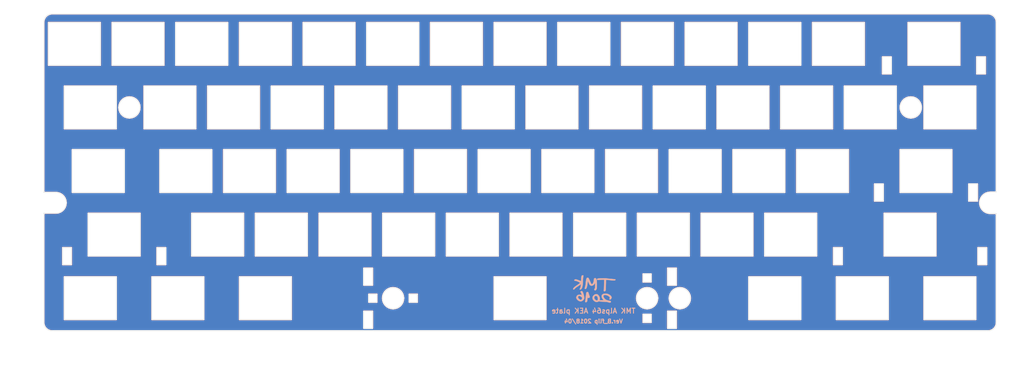
<source format=kicad_pcb>
(kicad_pcb (version 20171130) (host pcbnew 5.0.0-rc2-dev-unknown-0171547~63~ubuntu16.04.1)
  (title_block (title "TMK64 alps keyboard PCB") (date 2018/04) (rev D) (company "TMK, Tokyo JAPAN") (comment 1 "This supports Apple Extended Keyboard, Omnikey, Dell, KBP V60MTS and Infinity layout."))
  (layers (0 F.Cu signal) (31 B.Cu signal) (34 B.Paste user) (35 F.Paste user) (36 B.SilkS user) (37 F.SilkS user) (38 B.Mask user) (39 F.Mask user) (44 Edge.Cuts user))
  (net 0 "")
  (net 1 GND)
  (module keyboard_parts:ALPS_SKCM_CUTOUT_STAB883_flip (layer F.Cu) (at 147.6375 90.4875)
    (fp_text reference K60 hide)
    (fp_text value KEYSW hide)
    (fp_line (start -46.75 -3.9) (end -44.15 -3.9) (layer Edge.Cuts) (width 0.1))
    (fp_line (start -46.75 -9) (end -46.75 -3.9) (layer Edge.Cuts) (width 0.1))
    (fp_line (start -44.15 -9) (end -46.75 -9) (layer Edge.Cuts) (width 0.1))
    (fp_line (start -44.15 -3.9) (end -44.15 -9) (layer Edge.Cuts) (width 0.1))
    (fp_line (start 46.75 -3.9) (end 44.15 -3.9) (layer Edge.Cuts) (width 0.1))
    (fp_line (start 46.75 -9) (end 46.75 -3.9) (layer Edge.Cuts) (width 0.1))
    (fp_line (start 44.15 -9) (end 46.75 -9) (layer Edge.Cuts) (width 0.1))
    (fp_line (start 44.15 -3.9) (end 44.15 -9) (layer Edge.Cuts) (width 0.1))
    (fp_circle (center 38 0) (end 38 3.15) (layer Edge.Cuts) (width 0.1))
    (fp_line (start 39.2 4.85) (end 39.2 7.25) (layer Edge.Cuts) (width 0.1))
    (fp_line (start 36.8 4.85) (end 39.2 4.85) (layer Edge.Cuts) (width 0.1))
    (fp_line (start 36.8 7.25) (end 36.8 4.85) (layer Edge.Cuts) (width 0.1))
    (fp_line (start 39.2 7.25) (end 36.8 7.25) (layer Edge.Cuts) (width 0.1))
    (fp_line (start 39.2 -7.25) (end 39.2 -4.85) (layer Edge.Cuts) (width 0.1))
    (fp_line (start 36.8 -7.25) (end 39.2 -7.25) (layer Edge.Cuts) (width 0.1))
    (fp_line (start 36.8 -4.85) (end 36.8 -7.25) (layer Edge.Cuts) (width 0.1))
    (fp_line (start 39.2 -4.85) (end 36.8 -4.85) (layer Edge.Cuts) (width 0.1))
  )
  (module keyboard_parts:PIN_1 (layer F.Cu) (at 206.46 89.92)
    (fp_text reference P1 hide)
    (fp_text value CONN_01X01 hide)
    (pad 1 smd circle (at 0 0) (size 1.7 1.7) (layers B.Cu) (net 1 GND))
  )
  (module keyboard_parts:Poker_oval_hole (layer F.Cu) (at 128.7145 33.3375)
    (fp_text reference Poker_oval_hole hide)
    (fp_text value VAL** hide)
  )
  (module keyboard_parts:Poker_side_edge_long (layer F.Cu) (at 4.7625 61.9125)
    (fp_text reference Poker_side_edge_long hide)
    (fp_text value VAL** hide)
  )
  (module keyboard_parts:Poker_side_edge_long (layer F.Cu) (at 290.1375 61.8875)
    (fp_text reference Poker_side_edge_long hide)
    (fp_text value VAL** hide)
  )
  (module keyboard_parts:Poker_oval_hole (layer F.Cu) (at 133.35 52.3875)
    (fp_text reference Poker_oval_hole hide)
    (fp_text value VAL** hide)
  )
  (module keyboard_parts:Poker_oval_hole (layer F.Cu) (at 265.1235 33.3375)
    (fp_text reference Poker_oval_hole hide)
    (fp_text value VAL** hide)
  )
  (module keyboard_parts:Poker_oval_hole (layer F.Cu) (at 265.1235 90.4875)
    (fp_text reference Poker_oval_hole hide)
    (fp_text value VAL** hide)
  )
  (module keyboard_parts:Poker_oval_hole (layer F.Cu) (at 30.1375 90.4875)
    (fp_text reference Poker_oval_hole hide)
    (fp_text value VAL** hide)
  )
  (module keyboard_parts:Poker_oval_hole (layer F.Cu) (at 166.6875 33.3375)
    (fp_text reference Poker_oval_hole hide)
    (fp_text value VAL** hide)
  )
  (module keyboard_parts:Poker_oval_hole (layer F.Cu) (at 152.4 52.3875)
    (fp_text reference Poker_oval_hole hide)
    (fp_text value VAL** hide)
  )
  (module keyboard_parts:tmk2016 (layer B.Cu) (at 169.6 88 180)
    (fp_text reference G*** hide)
    (fp_text value LOGO hide)
  )
  (module keyboard_parts:PIN_1 (layer F.Cu) (at 209.93 90.04)
    (fp_text reference P1 hide)
    (fp_text value CONN_01X01 hide)
    (pad 1 smd circle (at 0 0) (size 1.7 1.7) (layers F.Cu) (net 1 GND))
  )
  (module keyboard_parts:ALPS_SKCM_CUTOUT_STAB883 (layer F.Cu) (at 147.6375 90.4875)
    (fp_text reference K60 hide)
    (fp_text value KEYSW hide)
    (fp_line (start -42.85 -1.2) (end -42.85 1.2) (layer Edge.Cuts) (width 0.1))
    (fp_line (start -42.85 1.2) (end -45.25 1.2) (layer Edge.Cuts) (width 0.1))
    (fp_line (start -45.25 1.2) (end -45.25 -1.2) (layer Edge.Cuts) (width 0.1))
    (fp_line (start -45.25 -1.2) (end -42.85 -1.2) (layer Edge.Cuts) (width 0.1))
    (fp_line (start -30.75 -1.2) (end -30.75 1.2) (layer Edge.Cuts) (width 0.1))
    (fp_line (start -30.75 1.2) (end -33.15 1.2) (layer Edge.Cuts) (width 0.1))
    (fp_line (start -33.15 1.2) (end -33.15 -1.2) (layer Edge.Cuts) (width 0.1))
    (fp_line (start -33.15 -1.2) (end -30.75 -1.2) (layer Edge.Cuts) (width 0.1))
    (fp_circle (center -38 0) (end -38 -3.15) (layer Edge.Cuts) (width 0.1))
    (fp_line (start -44.15 3.9) (end -44.15 9) (layer Edge.Cuts) (width 0.1))
    (fp_line (start -44.15 9) (end -46.75 9) (layer Edge.Cuts) (width 0.1))
    (fp_line (start -46.75 9) (end -46.75 3.9) (layer Edge.Cuts) (width 0.1))
    (fp_line (start -46.75 3.9) (end -44.15 3.9) (layer Edge.Cuts) (width 0.1))
    (fp_line (start 44.15 3.9) (end 44.15 9) (layer Edge.Cuts) (width 0.1))
    (fp_line (start 44.15 9) (end 46.75 9) (layer Edge.Cuts) (width 0.1))
    (fp_line (start 46.75 9) (end 46.75 3.9) (layer Edge.Cuts) (width 0.1))
    (fp_line (start 46.75 3.9) (end 44.15 3.9) (layer Edge.Cuts) (width 0.1))
    (fp_line (start 7.75 -6.4) (end -7.75 -6.4) (layer Edge.Cuts) (width 0.1))
    (fp_line (start -7.75 -6.4) (end -7.75 6.4) (layer Edge.Cuts) (width 0.1))
    (fp_line (start -7.75 6.4) (end 7.75 6.4) (layer Edge.Cuts) (width 0.1))
    (fp_line (start 7.75 6.4) (end 7.75 -6.4) (layer Edge.Cuts) (width 0.1))
  )
  (module keyboard_parts:ALPS_SKCM_CUTOUT_STAB256 (layer F.Cu) (at 269.08125 52.3875)
    (fp_text reference K23 hide)
    (fp_text value KEYSW hide)
    (fp_line (start -12.8 3.9) (end -12.8 9) (layer Edge.Cuts) (width 0.1))
    (fp_line (start -12.8 9) (end -15.4 9) (layer Edge.Cuts) (width 0.1))
    (fp_line (start -15.4 9) (end -15.4 3.9) (layer Edge.Cuts) (width 0.1))
    (fp_line (start -15.4 3.9) (end -12.8 3.9) (layer Edge.Cuts) (width 0.1))
    (fp_line (start 12.8 3.9) (end 12.8 9) (layer Edge.Cuts) (width 0.1))
    (fp_line (start 12.8 9) (end 15.4 9) (layer Edge.Cuts) (width 0.1))
    (fp_line (start 15.4 9) (end 15.4 3.9) (layer Edge.Cuts) (width 0.1))
    (fp_line (start 15.4 3.9) (end 12.8 3.9) (layer Edge.Cuts) (width 0.1))
    (fp_line (start 7.75 -6.4) (end -7.75 -6.4) (layer Edge.Cuts) (width 0.1))
    (fp_line (start -7.75 -6.4) (end -7.75 6.4) (layer Edge.Cuts) (width 0.1))
    (fp_line (start -7.75 6.4) (end 7.75 6.4) (layer Edge.Cuts) (width 0.1))
    (fp_line (start 7.75 6.4) (end 7.75 -6.4) (layer Edge.Cuts) (width 0.1))
  )
  (module keyboard_parts:ALPS_SKCM_CUTOUT_STAB256 (layer F.Cu) (at 271.4625 14.2875)
    (fp_text reference K27_1 hide)
    (fp_text value KEYSW hide)
    (fp_line (start -12.8 3.9) (end -12.8 9) (layer Edge.Cuts) (width 0.1))
    (fp_line (start -12.8 9) (end -15.4 9) (layer Edge.Cuts) (width 0.1))
    (fp_line (start -15.4 9) (end -15.4 3.9) (layer Edge.Cuts) (width 0.1))
    (fp_line (start -15.4 3.9) (end -12.8 3.9) (layer Edge.Cuts) (width 0.1))
    (fp_line (start 12.8 3.9) (end 12.8 9) (layer Edge.Cuts) (width 0.1))
    (fp_line (start 12.8 9) (end 15.4 9) (layer Edge.Cuts) (width 0.1))
    (fp_line (start 15.4 9) (end 15.4 3.9) (layer Edge.Cuts) (width 0.1))
    (fp_line (start 15.4 3.9) (end 12.8 3.9) (layer Edge.Cuts) (width 0.1))
    (fp_line (start 7.75 -6.4) (end -7.75 -6.4) (layer Edge.Cuts) (width 0.1))
    (fp_line (start -7.75 -6.4) (end -7.75 6.4) (layer Edge.Cuts) (width 0.1))
    (fp_line (start -7.75 6.4) (end 7.75 6.4) (layer Edge.Cuts) (width 0.1))
    (fp_line (start 7.75 6.4) (end 7.75 -6.4) (layer Edge.Cuts) (width 0.1))
  )
  (module keyboard_parts:ALPS_SKCM_CUTOUT_STAB256 (layer F.Cu) (at 26.19375 71.4375)
    (fp_text reference K31 hide)
    (fp_text value KEYSW hide)
    (fp_line (start -12.8 3.9) (end -12.8 9) (layer Edge.Cuts) (width 0.1))
    (fp_line (start -12.8 9) (end -15.4 9) (layer Edge.Cuts) (width 0.1))
    (fp_line (start -15.4 9) (end -15.4 3.9) (layer Edge.Cuts) (width 0.1))
    (fp_line (start -15.4 3.9) (end -12.8 3.9) (layer Edge.Cuts) (width 0.1))
    (fp_line (start 12.8 3.9) (end 12.8 9) (layer Edge.Cuts) (width 0.1))
    (fp_line (start 12.8 9) (end 15.4 9) (layer Edge.Cuts) (width 0.1))
    (fp_line (start 15.4 9) (end 15.4 3.9) (layer Edge.Cuts) (width 0.1))
    (fp_line (start 15.4 3.9) (end 12.8 3.9) (layer Edge.Cuts) (width 0.1))
    (fp_line (start 7.75 -6.4) (end -7.75 -6.4) (layer Edge.Cuts) (width 0.1))
    (fp_line (start -7.75 -6.4) (end -7.75 6.4) (layer Edge.Cuts) (width 0.1))
    (fp_line (start -7.75 6.4) (end 7.75 6.4) (layer Edge.Cuts) (width 0.1))
    (fp_line (start 7.75 6.4) (end 7.75 -6.4) (layer Edge.Cuts) (width 0.1))
  )
  (module keyboard_parts:ALPS_SKCM_CUTOUT (layer F.Cu) (at 185.7375 14.2875)
    (fp_text reference K77 hide)
    (fp_text value KEYSW hide)
    (fp_line (start 7.75 -6.4) (end -7.75 -6.4) (layer Edge.Cuts) (width 0.1))
    (fp_line (start -7.75 -6.4) (end -7.75 6.4) (layer Edge.Cuts) (width 0.1))
    (fp_line (start -7.75 6.4) (end 7.75 6.4) (layer Edge.Cuts) (width 0.1))
    (fp_line (start 7.75 6.4) (end 7.75 -6.4) (layer Edge.Cuts) (width 0.1))
  )
  (module keyboard_parts:ALPS_SKCM_CUTOUT (layer F.Cu) (at 166.6875 14.2875)
    (fp_text reference K76 hide)
    (fp_text value KEYSW hide)
    (fp_line (start 7.75 -6.4) (end -7.75 -6.4) (layer Edge.Cuts) (width 0.1))
    (fp_line (start -7.75 -6.4) (end -7.75 6.4) (layer Edge.Cuts) (width 0.1))
    (fp_line (start -7.75 6.4) (end 7.75 6.4) (layer Edge.Cuts) (width 0.1))
    (fp_line (start 7.75 6.4) (end 7.75 -6.4) (layer Edge.Cuts) (width 0.1))
  )
  (module keyboard_parts:ALPS_SKCM_CUTOUT (layer F.Cu) (at 176.2125 33.3375)
    (fp_text reference K75 hide)
    (fp_text value KEYSW hide)
    (fp_line (start 7.75 -6.4) (end -7.75 -6.4) (layer Edge.Cuts) (width 0.1))
    (fp_line (start -7.75 -6.4) (end -7.75 6.4) (layer Edge.Cuts) (width 0.1))
    (fp_line (start -7.75 6.4) (end 7.75 6.4) (layer Edge.Cuts) (width 0.1))
    (fp_line (start 7.75 6.4) (end 7.75 -6.4) (layer Edge.Cuts) (width 0.1))
  )
  (module keyboard_parts:ALPS_SKCM_CUTOUT (layer F.Cu) (at 161.925 52.3875)
    (fp_text reference K74 hide)
    (fp_text value KEYSW hide)
    (fp_line (start 7.75 -6.4) (end -7.75 -6.4) (layer Edge.Cuts) (width 0.1))
    (fp_line (start -7.75 -6.4) (end -7.75 6.4) (layer Edge.Cuts) (width 0.1))
    (fp_line (start -7.75 6.4) (end 7.75 6.4) (layer Edge.Cuts) (width 0.1))
    (fp_line (start 7.75 6.4) (end 7.75 -6.4) (layer Edge.Cuts) (width 0.1))
  )
  (module keyboard_parts:ALPS_SKCM_CUTOUT (layer F.Cu) (at 142.875 52.3875)
    (fp_text reference K73 hide)
    (fp_text value KEYSW hide)
    (fp_line (start 7.75 -6.4) (end -7.75 -6.4) (layer Edge.Cuts) (width 0.1))
    (fp_line (start -7.75 -6.4) (end -7.75 6.4) (layer Edge.Cuts) (width 0.1))
    (fp_line (start -7.75 6.4) (end 7.75 6.4) (layer Edge.Cuts) (width 0.1))
    (fp_line (start 7.75 6.4) (end 7.75 -6.4) (layer Edge.Cuts) (width 0.1))
  )
  (module keyboard_parts:ALPS_SKCM_CUTOUT (layer F.Cu) (at 152.4 71.4375)
    (fp_text reference K72 hide)
    (fp_text value KEYSW hide)
    (fp_line (start 7.75 -6.4) (end -7.75 -6.4) (layer Edge.Cuts) (width 0.1))
    (fp_line (start -7.75 -6.4) (end -7.75 6.4) (layer Edge.Cuts) (width 0.1))
    (fp_line (start -7.75 6.4) (end 7.75 6.4) (layer Edge.Cuts) (width 0.1))
    (fp_line (start 7.75 6.4) (end 7.75 -6.4) (layer Edge.Cuts) (width 0.1))
  )
  (module keyboard_parts:ALPS_SKCM_CUTOUT (layer F.Cu) (at 133.35 71.4375)
    (fp_text reference K71 hide)
    (fp_text value KEYSW hide)
    (fp_line (start 7.75 -6.4) (end -7.75 -6.4) (layer Edge.Cuts) (width 0.1))
    (fp_line (start -7.75 -6.4) (end -7.75 6.4) (layer Edge.Cuts) (width 0.1))
    (fp_line (start -7.75 6.4) (end 7.75 6.4) (layer Edge.Cuts) (width 0.1))
    (fp_line (start 7.75 6.4) (end 7.75 -6.4) (layer Edge.Cuts) (width 0.1))
  )
  (module keyboard_parts:ALPS_SKCM_CUTOUT (layer F.Cu) (at 147.6375 14.2875)
    (fp_text reference K67 hide)
    (fp_text value KEYSW hide)
    (fp_line (start 7.75 -6.4) (end -7.75 -6.4) (layer Edge.Cuts) (width 0.1))
    (fp_line (start -7.75 -6.4) (end -7.75 6.4) (layer Edge.Cuts) (width 0.1))
    (fp_line (start -7.75 6.4) (end 7.75 6.4) (layer Edge.Cuts) (width 0.1))
    (fp_line (start 7.75 6.4) (end 7.75 -6.4) (layer Edge.Cuts) (width 0.1))
  )
  (module keyboard_parts:ALPS_SKCM_CUTOUT (layer F.Cu) (at 128.5875 14.2875)
    (fp_text reference K66 hide)
    (fp_text value KEYSW hide)
    (fp_line (start 7.75 -6.4) (end -7.75 -6.4) (layer Edge.Cuts) (width 0.1))
    (fp_line (start -7.75 -6.4) (end -7.75 6.4) (layer Edge.Cuts) (width 0.1))
    (fp_line (start -7.75 6.4) (end 7.75 6.4) (layer Edge.Cuts) (width 0.1))
    (fp_line (start 7.75 6.4) (end 7.75 -6.4) (layer Edge.Cuts) (width 0.1))
  )
  (module keyboard_parts:ALPS_SKCM_CUTOUT (layer F.Cu) (at 157.1625 33.3375)
    (fp_text reference K65 hide)
    (fp_text value KEYSW hide)
    (fp_line (start 7.75 -6.4) (end -7.75 -6.4) (layer Edge.Cuts) (width 0.1))
    (fp_line (start -7.75 -6.4) (end -7.75 6.4) (layer Edge.Cuts) (width 0.1))
    (fp_line (start -7.75 6.4) (end 7.75 6.4) (layer Edge.Cuts) (width 0.1))
    (fp_line (start 7.75 6.4) (end 7.75 -6.4) (layer Edge.Cuts) (width 0.1))
  )
  (module keyboard_parts:ALPS_SKCM_CUTOUT (layer F.Cu) (at 138.1125 33.3375)
    (fp_text reference K64 hide)
    (fp_text value KEYSW hide)
    (fp_line (start 7.75 -6.4) (end -7.75 -6.4) (layer Edge.Cuts) (width 0.1))
    (fp_line (start -7.75 -6.4) (end -7.75 6.4) (layer Edge.Cuts) (width 0.1))
    (fp_line (start -7.75 6.4) (end 7.75 6.4) (layer Edge.Cuts) (width 0.1))
    (fp_line (start 7.75 6.4) (end 7.75 -6.4) (layer Edge.Cuts) (width 0.1))
  )
  (module keyboard_parts:ALPS_SKCM_CUTOUT (layer F.Cu) (at 123.825 52.3875)
    (fp_text reference K63 hide)
    (fp_text value KEYSW hide)
    (fp_line (start 7.75 -6.4) (end -7.75 -6.4) (layer Edge.Cuts) (width 0.1))
    (fp_line (start -7.75 -6.4) (end -7.75 6.4) (layer Edge.Cuts) (width 0.1))
    (fp_line (start -7.75 6.4) (end 7.75 6.4) (layer Edge.Cuts) (width 0.1))
    (fp_line (start 7.75 6.4) (end 7.75 -6.4) (layer Edge.Cuts) (width 0.1))
  )
  (module keyboard_parts:ALPS_SKCM_CUTOUT (layer F.Cu) (at 114.3 71.4375)
    (fp_text reference K62 hide)
    (fp_text value KEYSW hide)
    (fp_line (start 7.75 -6.4) (end -7.75 -6.4) (layer Edge.Cuts) (width 0.1))
    (fp_line (start -7.75 -6.4) (end -7.75 6.4) (layer Edge.Cuts) (width 0.1))
    (fp_line (start -7.75 6.4) (end 7.75 6.4) (layer Edge.Cuts) (width 0.1))
    (fp_line (start 7.75 6.4) (end 7.75 -6.4) (layer Edge.Cuts) (width 0.1))
  )
  (module keyboard_parts:ALPS_SKCM_CUTOUT (layer F.Cu) (at 95.25 71.4375)
    (fp_text reference K61 hide)
    (fp_text value KEYSW hide)
    (fp_line (start 7.75 -6.4) (end -7.75 -6.4) (layer Edge.Cuts) (width 0.1))
    (fp_line (start -7.75 -6.4) (end -7.75 6.4) (layer Edge.Cuts) (width 0.1))
    (fp_line (start -7.75 6.4) (end 7.75 6.4) (layer Edge.Cuts) (width 0.1))
    (fp_line (start 7.75 6.4) (end 7.75 -6.4) (layer Edge.Cuts) (width 0.1))
  )
  (module keyboard_parts:ALPS_SKCM_CUTOUT (layer F.Cu) (at 109.5375 14.2875)
    (fp_text reference K57 hide)
    (fp_text value KEYSW hide)
    (fp_line (start 7.75 -6.4) (end -7.75 -6.4) (layer Edge.Cuts) (width 0.1))
    (fp_line (start -7.75 -6.4) (end -7.75 6.4) (layer Edge.Cuts) (width 0.1))
    (fp_line (start -7.75 6.4) (end 7.75 6.4) (layer Edge.Cuts) (width 0.1))
    (fp_line (start 7.75 6.4) (end 7.75 -6.4) (layer Edge.Cuts) (width 0.1))
  )
  (module keyboard_parts:ALPS_SKCM_CUTOUT (layer F.Cu) (at 90.4875 14.2875)
    (fp_text reference K56 hide)
    (fp_text value KEYSW hide)
    (fp_line (start 7.75 -6.4) (end -7.75 -6.4) (layer Edge.Cuts) (width 0.1))
    (fp_line (start -7.75 -6.4) (end -7.75 6.4) (layer Edge.Cuts) (width 0.1))
    (fp_line (start -7.75 6.4) (end 7.75 6.4) (layer Edge.Cuts) (width 0.1))
    (fp_line (start 7.75 6.4) (end 7.75 -6.4) (layer Edge.Cuts) (width 0.1))
  )
  (module keyboard_parts:ALPS_SKCM_CUTOUT (layer F.Cu) (at 119.0625 33.3375)
    (fp_text reference K55 hide)
    (fp_text value KEYSW hide)
    (fp_line (start 7.75 -6.4) (end -7.75 -6.4) (layer Edge.Cuts) (width 0.1))
    (fp_line (start -7.75 -6.4) (end -7.75 6.4) (layer Edge.Cuts) (width 0.1))
    (fp_line (start -7.75 6.4) (end 7.75 6.4) (layer Edge.Cuts) (width 0.1))
    (fp_line (start 7.75 6.4) (end 7.75 -6.4) (layer Edge.Cuts) (width 0.1))
  )
  (module keyboard_parts:ALPS_SKCM_CUTOUT (layer F.Cu) (at 100.0125 33.3375)
    (fp_text reference K54 hide)
    (fp_text value KEYSW hide)
    (fp_line (start 7.75 -6.4) (end -7.75 -6.4) (layer Edge.Cuts) (width 0.1))
    (fp_line (start -7.75 -6.4) (end -7.75 6.4) (layer Edge.Cuts) (width 0.1))
    (fp_line (start -7.75 6.4) (end 7.75 6.4) (layer Edge.Cuts) (width 0.1))
    (fp_line (start 7.75 6.4) (end 7.75 -6.4) (layer Edge.Cuts) (width 0.1))
  )
  (module keyboard_parts:ALPS_SKCM_CUTOUT (layer F.Cu) (at 104.775 52.3875)
    (fp_text reference K53 hide)
    (fp_text value KEYSW hide)
    (fp_line (start 7.75 -6.4) (end -7.75 -6.4) (layer Edge.Cuts) (width 0.1))
    (fp_line (start -7.75 -6.4) (end -7.75 6.4) (layer Edge.Cuts) (width 0.1))
    (fp_line (start -7.75 6.4) (end 7.75 6.4) (layer Edge.Cuts) (width 0.1))
    (fp_line (start 7.75 6.4) (end 7.75 -6.4) (layer Edge.Cuts) (width 0.1))
  )
  (module keyboard_parts:ALPS_SKCM_CUTOUT (layer F.Cu) (at 85.725 52.3875)
    (fp_text reference K52 hide)
    (fp_text value KEYSW hide)
    (fp_line (start 7.75 -6.4) (end -7.75 -6.4) (layer Edge.Cuts) (width 0.1))
    (fp_line (start -7.75 -6.4) (end -7.75 6.4) (layer Edge.Cuts) (width 0.1))
    (fp_line (start -7.75 6.4) (end 7.75 6.4) (layer Edge.Cuts) (width 0.1))
    (fp_line (start 7.75 6.4) (end 7.75 -6.4) (layer Edge.Cuts) (width 0.1))
  )
  (module keyboard_parts:ALPS_SKCM_CUTOUT (layer F.Cu) (at 76.2 71.4375)
    (fp_text reference K51 hide)
    (fp_text value KEYSW hide)
    (fp_line (start 7.75 -6.4) (end -7.75 -6.4) (layer Edge.Cuts) (width 0.1))
    (fp_line (start -7.75 -6.4) (end -7.75 6.4) (layer Edge.Cuts) (width 0.1))
    (fp_line (start -7.75 6.4) (end 7.75 6.4) (layer Edge.Cuts) (width 0.1))
    (fp_line (start 7.75 6.4) (end 7.75 -6.4) (layer Edge.Cuts) (width 0.1))
  )
  (module keyboard_parts:ALPS_SKCM_CUTOUT (layer F.Cu) (at 71.4375 90.4875)
    (fp_text reference K50 hide)
    (fp_text value KEYSW hide)
    (fp_line (start 7.75 -6.4) (end -7.75 -6.4) (layer Edge.Cuts) (width 0.1))
    (fp_line (start -7.75 -6.4) (end -7.75 6.4) (layer Edge.Cuts) (width 0.1))
    (fp_line (start -7.75 6.4) (end 7.75 6.4) (layer Edge.Cuts) (width 0.1))
    (fp_line (start 7.75 6.4) (end 7.75 -6.4) (layer Edge.Cuts) (width 0.1))
  )
  (module keyboard_parts:ALPS_SKCM_CUTOUT (layer F.Cu) (at 71.4375 14.2875)
    (fp_text reference K47 hide)
    (fp_text value KEYSW hide)
    (fp_line (start 7.75 -6.4) (end -7.75 -6.4) (layer Edge.Cuts) (width 0.1))
    (fp_line (start -7.75 -6.4) (end -7.75 6.4) (layer Edge.Cuts) (width 0.1))
    (fp_line (start -7.75 6.4) (end 7.75 6.4) (layer Edge.Cuts) (width 0.1))
    (fp_line (start 7.75 6.4) (end 7.75 -6.4) (layer Edge.Cuts) (width 0.1))
  )
  (module keyboard_parts:ALPS_SKCM_CUTOUT (layer F.Cu) (at 52.3875 14.2875)
    (fp_text reference K46 hide)
    (fp_text value KEYSW hide)
    (fp_line (start 7.75 -6.4) (end -7.75 -6.4) (layer Edge.Cuts) (width 0.1))
    (fp_line (start -7.75 -6.4) (end -7.75 6.4) (layer Edge.Cuts) (width 0.1))
    (fp_line (start -7.75 6.4) (end 7.75 6.4) (layer Edge.Cuts) (width 0.1))
    (fp_line (start 7.75 6.4) (end 7.75 -6.4) (layer Edge.Cuts) (width 0.1))
  )
  (module keyboard_parts:ALPS_SKCM_CUTOUT (layer F.Cu) (at 80.9625 33.3375)
    (fp_text reference K45 hide)
    (fp_text value KEYSW hide)
    (fp_line (start 7.75 -6.4) (end -7.75 -6.4) (layer Edge.Cuts) (width 0.1))
    (fp_line (start -7.75 -6.4) (end -7.75 6.4) (layer Edge.Cuts) (width 0.1))
    (fp_line (start -7.75 6.4) (end 7.75 6.4) (layer Edge.Cuts) (width 0.1))
    (fp_line (start 7.75 6.4) (end 7.75 -6.4) (layer Edge.Cuts) (width 0.1))
  )
  (module keyboard_parts:ALPS_SKCM_CUTOUT (layer F.Cu) (at 61.9125 33.3375)
    (fp_text reference K44 hide)
    (fp_text value KEYSW hide)
    (fp_line (start 7.75 -6.4) (end -7.75 -6.4) (layer Edge.Cuts) (width 0.1))
    (fp_line (start -7.75 -6.4) (end -7.75 6.4) (layer Edge.Cuts) (width 0.1))
    (fp_line (start -7.75 6.4) (end 7.75 6.4) (layer Edge.Cuts) (width 0.1))
    (fp_line (start 7.75 6.4) (end 7.75 -6.4) (layer Edge.Cuts) (width 0.1))
  )
  (module keyboard_parts:ALPS_SKCM_CUTOUT (layer F.Cu) (at 66.675 52.3875)
    (fp_text reference K43 hide)
    (fp_text value KEYSW hide)
    (fp_line (start 7.75 -6.4) (end -7.75 -6.4) (layer Edge.Cuts) (width 0.1))
    (fp_line (start -7.75 -6.4) (end -7.75 6.4) (layer Edge.Cuts) (width 0.1))
    (fp_line (start -7.75 6.4) (end 7.75 6.4) (layer Edge.Cuts) (width 0.1))
    (fp_line (start 7.75 6.4) (end 7.75 -6.4) (layer Edge.Cuts) (width 0.1))
  )
  (module keyboard_parts:ALPS_SKCM_CUTOUT (layer F.Cu) (at 57.15 71.4375)
    (fp_text reference K42 hide)
    (fp_text value KEYSW hide)
    (fp_line (start 7.75 -6.4) (end -7.75 -6.4) (layer Edge.Cuts) (width 0.1))
    (fp_line (start -7.75 -6.4) (end -7.75 6.4) (layer Edge.Cuts) (width 0.1))
    (fp_line (start -7.75 6.4) (end 7.75 6.4) (layer Edge.Cuts) (width 0.1))
    (fp_line (start 7.75 6.4) (end 7.75 -6.4) (layer Edge.Cuts) (width 0.1))
  )
  (module keyboard_parts:ALPS_SKCM_CUTOUT (layer F.Cu) (at 45.2437 90.4875)
    (fp_text reference K40 hide)
    (fp_text value KEYSW hide)
    (fp_line (start 7.75 -6.4) (end -7.75 -6.4) (layer Edge.Cuts) (width 0.1))
    (fp_line (start -7.75 -6.4) (end -7.75 6.4) (layer Edge.Cuts) (width 0.1))
    (fp_line (start -7.75 6.4) (end 7.75 6.4) (layer Edge.Cuts) (width 0.1))
    (fp_line (start 7.75 6.4) (end 7.75 -6.4) (layer Edge.Cuts) (width 0.1))
  )
  (module keyboard_parts:ALPS_SKCM_CUTOUT (layer F.Cu) (at 33.3375 14.2875)
    (fp_text reference K37 hide)
    (fp_text value KEYSW hide)
    (fp_line (start 7.75 -6.4) (end -7.75 -6.4) (layer Edge.Cuts) (width 0.1))
    (fp_line (start -7.75 -6.4) (end -7.75 6.4) (layer Edge.Cuts) (width 0.1))
    (fp_line (start -7.75 6.4) (end 7.75 6.4) (layer Edge.Cuts) (width 0.1))
    (fp_line (start 7.75 6.4) (end 7.75 -6.4) (layer Edge.Cuts) (width 0.1))
  )
  (module keyboard_parts:ALPS_SKCM_CUTOUT (layer F.Cu) (at 14.2875 14.2875)
    (fp_text reference K36 hide)
    (fp_text value KEYSW hide)
    (fp_line (start 7.75 -6.4) (end -7.75 -6.4) (layer Edge.Cuts) (width 0.1))
    (fp_line (start -7.75 -6.4) (end -7.75 6.4) (layer Edge.Cuts) (width 0.1))
    (fp_line (start -7.75 6.4) (end 7.75 6.4) (layer Edge.Cuts) (width 0.1))
    (fp_line (start 7.75 6.4) (end 7.75 -6.4) (layer Edge.Cuts) (width 0.1))
  )
  (module keyboard_parts:ALPS_SKCM_CUTOUT (layer F.Cu) (at 42.8625 33.3375)
    (fp_text reference K35 hide)
    (fp_text value KEYSW hide)
    (fp_line (start 7.75 -6.4) (end -7.75 -6.4) (layer Edge.Cuts) (width 0.1))
    (fp_line (start -7.75 -6.4) (end -7.75 6.4) (layer Edge.Cuts) (width 0.1))
    (fp_line (start -7.75 6.4) (end 7.75 6.4) (layer Edge.Cuts) (width 0.1))
    (fp_line (start 7.75 6.4) (end 7.75 -6.4) (layer Edge.Cuts) (width 0.1))
  )
  (module keyboard_parts:ALPS_SKCM_CUTOUT (layer F.Cu) (at 19.05 33.3375)
    (fp_text reference K34 hide)
    (fp_text value KEYSW hide)
    (fp_line (start 7.75 -6.4) (end -7.75 -6.4) (layer Edge.Cuts) (width 0.1))
    (fp_line (start -7.75 -6.4) (end -7.75 6.4) (layer Edge.Cuts) (width 0.1))
    (fp_line (start -7.75 6.4) (end 7.75 6.4) (layer Edge.Cuts) (width 0.1))
    (fp_line (start 7.75 6.4) (end 7.75 -6.4) (layer Edge.Cuts) (width 0.1))
  )
  (module keyboard_parts:ALPS_SKCM_CUTOUT (layer F.Cu) (at 47.625 52.3875)
    (fp_text reference K33 hide)
    (fp_text value KEYSW hide)
    (fp_line (start 7.75 -6.4) (end -7.75 -6.4) (layer Edge.Cuts) (width 0.1))
    (fp_line (start -7.75 -6.4) (end -7.75 6.4) (layer Edge.Cuts) (width 0.1))
    (fp_line (start -7.75 6.4) (end 7.75 6.4) (layer Edge.Cuts) (width 0.1))
    (fp_line (start 7.75 6.4) (end 7.75 -6.4) (layer Edge.Cuts) (width 0.1))
  )
  (module keyboard_parts:ALPS_SKCM_CUTOUT (layer F.Cu) (at 21.43125 52.3875)
    (fp_text reference K32 hide)
    (fp_text value KEYSW hide)
    (fp_line (start 7.75 -6.4) (end -7.75 -6.4) (layer Edge.Cuts) (width 0.1))
    (fp_line (start -7.75 -6.4) (end -7.75 6.4) (layer Edge.Cuts) (width 0.1))
    (fp_line (start -7.75 6.4) (end 7.75 6.4) (layer Edge.Cuts) (width 0.1))
    (fp_line (start 7.75 6.4) (end 7.75 -6.4) (layer Edge.Cuts) (width 0.1))
  )
  (module keyboard_parts:ALPS_SKCM_CUTOUT (layer F.Cu) (at 19.05 90.4875)
    (fp_text reference K30 hide)
    (fp_text value KEYSW hide)
    (fp_line (start 7.75 -6.4) (end -7.75 -6.4) (layer Edge.Cuts) (width 0.1))
    (fp_line (start -7.75 -6.4) (end -7.75 6.4) (layer Edge.Cuts) (width 0.1))
    (fp_line (start -7.75 6.4) (end 7.75 6.4) (layer Edge.Cuts) (width 0.1))
    (fp_line (start 7.75 6.4) (end 7.75 -6.4) (layer Edge.Cuts) (width 0.1))
  )
  (module keyboard_parts:ALPS_SKCM_CUTOUT (layer F.Cu) (at 252.4125 33.3375)
    (fp_text reference K25 hide)
    (fp_text value KEYSW hide)
    (fp_line (start 7.75 -6.4) (end -7.75 -6.4) (layer Edge.Cuts) (width 0.1))
    (fp_line (start -7.75 -6.4) (end -7.75 6.4) (layer Edge.Cuts) (width 0.1))
    (fp_line (start -7.75 6.4) (end 7.75 6.4) (layer Edge.Cuts) (width 0.1))
    (fp_line (start 7.75 6.4) (end 7.75 -6.4) (layer Edge.Cuts) (width 0.1))
  )
  (module keyboard_parts:ALPS_SKCM_CUTOUT (layer F.Cu) (at 276.225 33.3375)
    (fp_text reference K24 hide)
    (fp_text value KEYSW hide)
    (fp_line (start 7.75 -6.4) (end -7.75 -6.4) (layer Edge.Cuts) (width 0.1))
    (fp_line (start -7.75 -6.4) (end -7.75 6.4) (layer Edge.Cuts) (width 0.1))
    (fp_line (start -7.75 6.4) (end 7.75 6.4) (layer Edge.Cuts) (width 0.1))
    (fp_line (start 7.75 6.4) (end 7.75 -6.4) (layer Edge.Cuts) (width 0.1))
  )
  (module keyboard_parts:ALPS_SKCM_CUTOUT (layer F.Cu) (at 276.225 90.4875)
    (fp_text reference K20 hide)
    (fp_text value KEYSW hide)
    (fp_line (start 7.75 -6.4) (end -7.75 -6.4) (layer Edge.Cuts) (width 0.1))
    (fp_line (start -7.75 -6.4) (end -7.75 6.4) (layer Edge.Cuts) (width 0.1))
    (fp_line (start -7.75 6.4) (end 7.75 6.4) (layer Edge.Cuts) (width 0.1))
    (fp_line (start 7.75 6.4) (end 7.75 -6.4) (layer Edge.Cuts) (width 0.1))
  )
  (module keyboard_parts:ALPS_SKCM_CUTOUT (layer F.Cu) (at 242.8875 14.2875)
    (fp_text reference K17 hide)
    (fp_text value KEYSW hide)
    (fp_line (start 7.75 -6.4) (end -7.75 -6.4) (layer Edge.Cuts) (width 0.1))
    (fp_line (start -7.75 -6.4) (end -7.75 6.4) (layer Edge.Cuts) (width 0.1))
    (fp_line (start -7.75 6.4) (end 7.75 6.4) (layer Edge.Cuts) (width 0.1))
    (fp_line (start 7.75 6.4) (end 7.75 -6.4) (layer Edge.Cuts) (width 0.1))
  )
  (module keyboard_parts:ALPS_SKCM_CUTOUT (layer F.Cu) (at 233.3625 33.3375)
    (fp_text reference K16 hide)
    (fp_text value KEYSW hide)
    (fp_line (start 7.75 -6.4) (end -7.75 -6.4) (layer Edge.Cuts) (width 0.1))
    (fp_line (start -7.75 -6.4) (end -7.75 6.4) (layer Edge.Cuts) (width 0.1))
    (fp_line (start -7.75 6.4) (end 7.75 6.4) (layer Edge.Cuts) (width 0.1))
    (fp_line (start 7.75 6.4) (end 7.75 -6.4) (layer Edge.Cuts) (width 0.1))
  )
  (module keyboard_parts:ALPS_SKCM_CUTOUT (layer F.Cu) (at 214.3125 33.3375)
    (fp_text reference K15 hide)
    (fp_text value KEYSW hide)
    (fp_line (start 7.75 -6.4) (end -7.75 -6.4) (layer Edge.Cuts) (width 0.1))
    (fp_line (start -7.75 -6.4) (end -7.75 6.4) (layer Edge.Cuts) (width 0.1))
    (fp_line (start -7.75 6.4) (end 7.75 6.4) (layer Edge.Cuts) (width 0.1))
    (fp_line (start 7.75 6.4) (end 7.75 -6.4) (layer Edge.Cuts) (width 0.1))
  )
  (module keyboard_parts:ALPS_SKCM_CUTOUT (layer F.Cu) (at 238.125 52.3875)
    (fp_text reference K14 hide)
    (fp_text value KEYSW hide)
    (fp_line (start 7.75 -6.4) (end -7.75 -6.4) (layer Edge.Cuts) (width 0.1))
    (fp_line (start -7.75 -6.4) (end -7.75 6.4) (layer Edge.Cuts) (width 0.1))
    (fp_line (start -7.75 6.4) (end 7.75 6.4) (layer Edge.Cuts) (width 0.1))
    (fp_line (start 7.75 6.4) (end 7.75 -6.4) (layer Edge.Cuts) (width 0.1))
  )
  (module keyboard_parts:ALPS_SKCM_CUTOUT (layer F.Cu) (at 219.075 52.3875)
    (fp_text reference K13 hide)
    (fp_text value KEYSW hide)
    (fp_line (start 7.75 -6.4) (end -7.75 -6.4) (layer Edge.Cuts) (width 0.1))
    (fp_line (start -7.75 -6.4) (end -7.75 6.4) (layer Edge.Cuts) (width 0.1))
    (fp_line (start -7.75 6.4) (end 7.75 6.4) (layer Edge.Cuts) (width 0.1))
    (fp_line (start 7.75 6.4) (end 7.75 -6.4) (layer Edge.Cuts) (width 0.1))
  )
  (module keyboard_parts:ALPS_SKCM_CUTOUT (layer F.Cu) (at 228.6 71.4375)
    (fp_text reference K12 hide)
    (fp_text value KEYSW hide)
    (fp_line (start 7.75 -6.4) (end -7.75 -6.4) (layer Edge.Cuts) (width 0.1))
    (fp_line (start -7.75 -6.4) (end -7.75 6.4) (layer Edge.Cuts) (width 0.1))
    (fp_line (start -7.75 6.4) (end 7.75 6.4) (layer Edge.Cuts) (width 0.1))
    (fp_line (start 7.75 6.4) (end 7.75 -6.4) (layer Edge.Cuts) (width 0.1))
  )
  (module keyboard_parts:ALPS_SKCM_CUTOUT (layer F.Cu) (at 209.55 71.4375)
    (fp_text reference K11 hide)
    (fp_text value KEYSW hide)
    (fp_line (start 7.75 -6.4) (end -7.75 -6.4) (layer Edge.Cuts) (width 0.1))
    (fp_line (start -7.75 -6.4) (end -7.75 6.4) (layer Edge.Cuts) (width 0.1))
    (fp_line (start -7.75 6.4) (end 7.75 6.4) (layer Edge.Cuts) (width 0.1))
    (fp_line (start 7.75 6.4) (end 7.75 -6.4) (layer Edge.Cuts) (width 0.1))
  )
  (module keyboard_parts:ALPS_SKCM_CUTOUT (layer F.Cu) (at 250.03125 90.4875)
    (fp_text reference K10_2 hide)
    (fp_text value KEYSW hide)
    (fp_line (start 7.75 -6.4) (end -7.75 -6.4) (layer Edge.Cuts) (width 0.1))
    (fp_line (start -7.75 -6.4) (end -7.75 6.4) (layer Edge.Cuts) (width 0.1))
    (fp_line (start -7.75 6.4) (end 7.75 6.4) (layer Edge.Cuts) (width 0.1))
    (fp_line (start 7.75 6.4) (end 7.75 -6.4) (layer Edge.Cuts) (width 0.1))
  )
  (module keyboard_parts:ALPS_SKCM_CUTOUT (layer F.Cu) (at 223.8375 14.2875)
    (fp_text reference K07 hide)
    (fp_text value KEYSW hide)
    (fp_line (start 7.75 -6.4) (end -7.75 -6.4) (layer Edge.Cuts) (width 0.1))
    (fp_line (start -7.75 -6.4) (end -7.75 6.4) (layer Edge.Cuts) (width 0.1))
    (fp_line (start -7.75 6.4) (end 7.75 6.4) (layer Edge.Cuts) (width 0.1))
    (fp_line (start 7.75 6.4) (end 7.75 -6.4) (layer Edge.Cuts) (width 0.1))
  )
  (module keyboard_parts:ALPS_SKCM_CUTOUT (layer F.Cu) (at 204.7875 14.2875)
    (fp_text reference K06 hide)
    (fp_text value KEYSW hide)
    (fp_line (start 7.75 -6.4) (end -7.75 -6.4) (layer Edge.Cuts) (width 0.1))
    (fp_line (start -7.75 -6.4) (end -7.75 6.4) (layer Edge.Cuts) (width 0.1))
    (fp_line (start -7.75 6.4) (end 7.75 6.4) (layer Edge.Cuts) (width 0.1))
    (fp_line (start 7.75 6.4) (end 7.75 -6.4) (layer Edge.Cuts) (width 0.1))
  )
  (module keyboard_parts:ALPS_SKCM_CUTOUT (layer F.Cu) (at 195.2625 33.3375)
    (fp_text reference K05 hide)
    (fp_text value KEYSW hide)
    (fp_line (start 7.75 -6.4) (end -7.75 -6.4) (layer Edge.Cuts) (width 0.1))
    (fp_line (start -7.75 -6.4) (end -7.75 6.4) (layer Edge.Cuts) (width 0.1))
    (fp_line (start -7.75 6.4) (end 7.75 6.4) (layer Edge.Cuts) (width 0.1))
    (fp_line (start 7.75 6.4) (end 7.75 -6.4) (layer Edge.Cuts) (width 0.1))
  )
  (module keyboard_parts:ALPS_SKCM_CUTOUT (layer F.Cu) (at 200.025 52.3875)
    (fp_text reference K04 hide)
    (fp_text value KEYSW hide)
    (fp_line (start 7.75 -6.4) (end -7.75 -6.4) (layer Edge.Cuts) (width 0.1))
    (fp_line (start -7.75 -6.4) (end -7.75 6.4) (layer Edge.Cuts) (width 0.1))
    (fp_line (start -7.75 6.4) (end 7.75 6.4) (layer Edge.Cuts) (width 0.1))
    (fp_line (start 7.75 6.4) (end 7.75 -6.4) (layer Edge.Cuts) (width 0.1))
  )
  (module keyboard_parts:ALPS_SKCM_CUTOUT (layer F.Cu) (at 180.975 52.3875)
    (fp_text reference K03 hide)
    (fp_text value KEYSW hide)
    (fp_line (start 7.75 -6.4) (end -7.75 -6.4) (layer Edge.Cuts) (width 0.1))
    (fp_line (start -7.75 -6.4) (end -7.75 6.4) (layer Edge.Cuts) (width 0.1))
    (fp_line (start -7.75 6.4) (end 7.75 6.4) (layer Edge.Cuts) (width 0.1))
    (fp_line (start 7.75 6.4) (end 7.75 -6.4) (layer Edge.Cuts) (width 0.1))
  )
  (module keyboard_parts:ALPS_SKCM_CUTOUT (layer F.Cu) (at 190.5 71.4375)
    (fp_text reference K02 hide)
    (fp_text value KEYSW hide)
    (fp_line (start 7.75 -6.4) (end -7.75 -6.4) (layer Edge.Cuts) (width 0.1))
    (fp_line (start -7.75 -6.4) (end -7.75 6.4) (layer Edge.Cuts) (width 0.1))
    (fp_line (start -7.75 6.4) (end 7.75 6.4) (layer Edge.Cuts) (width 0.1))
    (fp_line (start 7.75 6.4) (end 7.75 -6.4) (layer Edge.Cuts) (width 0.1))
  )
  (module keyboard_parts:ALPS_SKCM_CUTOUT (layer F.Cu) (at 171.45 71.4375)
    (fp_text reference K01 hide)
    (fp_text value KEYSW hide)
    (fp_line (start 7.75 -6.4) (end -7.75 -6.4) (layer Edge.Cuts) (width 0.1))
    (fp_line (start -7.75 -6.4) (end -7.75 6.4) (layer Edge.Cuts) (width 0.1))
    (fp_line (start -7.75 6.4) (end 7.75 6.4) (layer Edge.Cuts) (width 0.1))
    (fp_line (start 7.75 6.4) (end 7.75 -6.4) (layer Edge.Cuts) (width 0.1))
  )
  (module keyboard_parts:ALPS_SKCM_CUTOUT (layer F.Cu) (at 223.8375 90.4875)
    (fp_text reference K00 hide)
    (fp_text value KEYSW hide)
    (fp_line (start 7.75 -6.4) (end -7.75 -6.4) (layer Edge.Cuts) (width 0.1))
    (fp_line (start -7.75 -6.4) (end -7.75 6.4) (layer Edge.Cuts) (width 0.1))
    (fp_line (start -7.75 6.4) (end 7.75 6.4) (layer Edge.Cuts) (width 0.1))
    (fp_line (start 7.75 6.4) (end 7.75 -6.4) (layer Edge.Cuts) (width 0.1))
  )
  (module keyboard_parts:ALPS_SKCM_CUTOUT_STAB406 (layer F.Cu) (at 264.31875 71.4375)
    (fp_text reference K21 hide)
    (fp_text value KEYSW hide)
    (fp_line (start -20.3 3.9) (end -20.3 9) (layer Edge.Cuts) (width 0.1))
    (fp_line (start -20.3 9) (end -22.9 9) (layer Edge.Cuts) (width 0.1))
    (fp_line (start -22.9 9) (end -22.9 3.9) (layer Edge.Cuts) (width 0.1))
    (fp_line (start -22.9 3.9) (end -20.3 3.9) (layer Edge.Cuts) (width 0.1))
    (fp_line (start 20.3 3.9) (end 20.3 9) (layer Edge.Cuts) (width 0.1))
    (fp_line (start 20.3 9) (end 22.9 9) (layer Edge.Cuts) (width 0.1))
    (fp_line (start 22.9 9) (end 22.9 3.9) (layer Edge.Cuts) (width 0.1))
    (fp_line (start 22.9 3.9) (end 20.3 3.9) (layer Edge.Cuts) (width 0.1))
    (fp_line (start 7.75 -6.4) (end -7.75 -6.4) (layer Edge.Cuts) (width 0.1))
    (fp_line (start -7.75 -6.4) (end -7.75 6.4) (layer Edge.Cuts) (width 0.1))
    (fp_line (start -7.75 6.4) (end 7.75 6.4) (layer Edge.Cuts) (width 0.1))
    (fp_line (start 7.75 6.4) (end 7.75 -6.4) (layer Edge.Cuts) (width 0.1))
  )
  (gr_text "Ver.B_flip 2018/04" (at 169.6 97.4) (layer B.SilkS) (effects (font (size 1.2 1.2) (thickness 0.3)) (justify mirror)))
  (gr_circle (center 30.75 33.3375) (end 30.75 30.1875) (layer Edge.Cuts) (width 0.1))
  (gr_circle (center 195.4375 90.4875) (end 195.4375 87.3375) (layer Edge.Cuts) (width 0.1))
  (gr_circle (center 264.525 33.3375) (end 264.525 36.4875) (layer Edge.Cuts) (width 0.1))
  (gr_line (start 290.1375 7.7875) (end 290.1375 58.7125) (angle 90) (layer Edge.Cuts) (width 0.1))
  (gr_line (start 288.3375 58.7125) (end 290.1375 58.7125) (angle 90) (layer Edge.Cuts) (width 0.1))
  (gr_line (start 5.1375 65.0125) (end 5.1375 97.7875) (angle 90) (layer Edge.Cuts) (width 0.1))
  (gr_line (start 288.3375 65.1125) (end 290.1375 65.1125) (angle 90) (layer Edge.Cuts) (width 0.1))
  (gr_line (start 8.7375 65.0125) (end 5.1375 65.0125) (angle 90) (layer Edge.Cuts) (width 0.1))
  (gr_line (start 8.7375 58.8125) (end 5.1375 58.8125) (angle 90) (layer Edge.Cuts) (width 0.1))
  (gr_arc (start 8.7375 61.9125) (end 8.7375 58.8125) (angle 180) (layer Edge.Cuts) (width 0.1))
  (gr_arc (start 288.3375 61.9125) (end 288.3375 58.7125) (angle -180) (layer Edge.Cuts) (width 0.1))
  (gr_text "TMK Alps64 AEK plate" (at 169.6 94.3) (layer B.SilkS) (effects (font (size 1.5 1.5) (thickness 0.3)) (justify mirror)))
  (gr_arc (start 7.6375 97.7875) (end 7.6375 100.2875) (angle 90) (layer Edge.Cuts) (width 0.1))
  (gr_arc (start 287.6375 97.7875) (end 290.1375 97.7875) (angle 90) (layer Edge.Cuts) (width 0.1))
  (gr_arc (start 287.6375 7.7875) (end 287.6375 5.2875) (angle 90) (layer Edge.Cuts) (width 0.1))
  (gr_arc (start 7.6375 7.7875) (end 5.1375 7.7875) (angle 90) (layer Edge.Cuts) (width 0.1))
  (gr_line (start 290.1375 97.7875) (end 290.1375 65.1125) (angle 90) (layer Edge.Cuts) (width 0.1))
  (gr_line (start 7.6375 100.2875) (end 287.6375 100.2875) (angle 90) (layer Edge.Cuts) (width 0.1))
  (gr_line (start 5.1375 7.7875) (end 5.1375 58.8125) (angle 90) (layer Edge.Cuts) (width 0.1))
  (gr_line (start 7.6375 5.2875) (end 287.6375 5.2875) (angle 90) (layer Edge.Cuts) (width 0.1))
  (zone (net 1) (net_name GND) (layer B.Cu) (connect_pads yes (clearance 0.2)) (min_thickness 0.2) (fill yes (arc_segments 16) (thermal_gap 0.508) (thermal_bridge_width 0.508))
    (polygon (pts (xy 293.92 101.98) (xy 293.92 1.15) (xy -7.97 1.15) (xy -7.97 110.58) (xy 293.92 110.58)))
  )
  (zone (net 1) (net_name GND) (layer F.Cu) (connect_pads yes (clearance 0.2)) (min_thickness 0.2) (fill yes (arc_segments 16) (thermal_gap 0.508) (thermal_bridge_width 0.508))
    (polygon (pts (xy 293.92 101.98) (xy 293.92 1.15) (xy -7.97 1.15) (xy -7.97 110.58) (xy 293.92 110.58)))
  )
)
</source>
